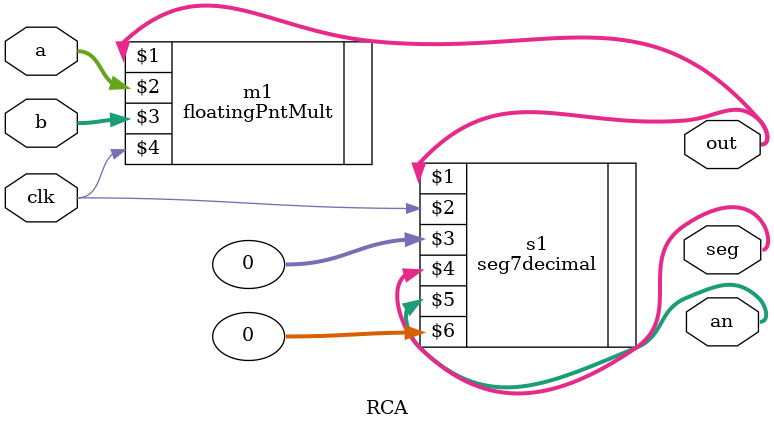
<source format=v>
`timescale 1ns / 1ps

module RCA(out,a,b,clk,an,seg);
    input clk;
	input [7:0]a,b;
	output [7:0] out;
	output [3:0]an;  //what about this??
	output [6:0] seg;   //this wont change
	wire dp;
	floatingPntMult m1(out,a,b,clk);
	seg7decimal s1(out,clk,0,seg,an,0);
endmodule
</source>
